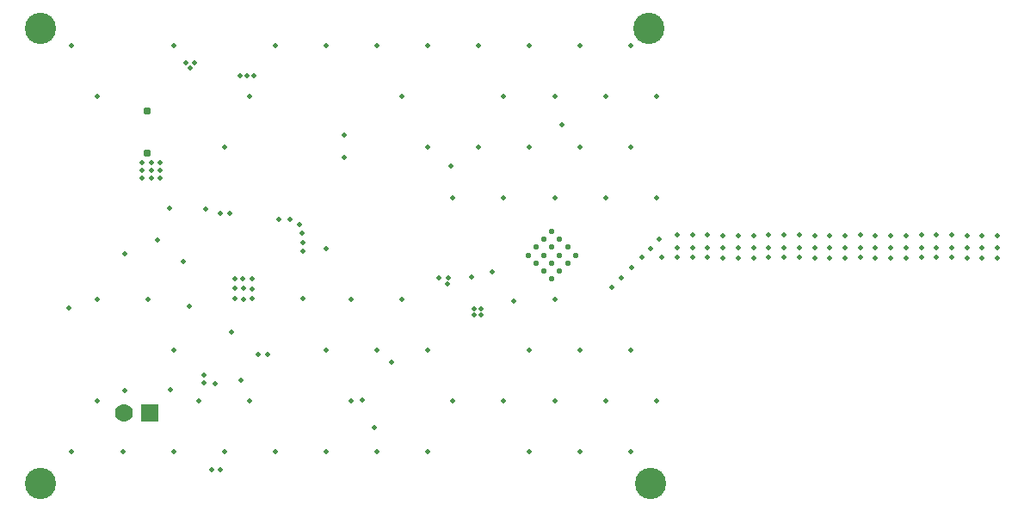
<source format=gbs>
G04*
G04 #@! TF.GenerationSoftware,Altium Limited,Altium Designer,24.5.2 (23)*
G04*
G04 Layer_Color=16711935*
%FSLAX44Y44*%
%MOMM*%
G71*
G04*
G04 #@! TF.SameCoordinates,5A08705E-C27C-47AC-A7BE-410B2864E99F*
G04*
G04*
G04 #@! TF.FilePolarity,Negative*
G04*
G01*
G75*
%ADD59R,1.7760X1.7760*%
%ADD60C,1.7760*%
%ADD61C,3.0760*%
%ADD62C,0.7760*%
%ADD63C,0.4760*%
%ADD64C,0.4800*%
%ADD65C,0.5760*%
D59*
X129200Y90500D02*
D03*
D60*
X103800D02*
D03*
D61*
X21000Y469000D02*
D03*
X620300D02*
D03*
X622000Y21000D02*
D03*
X21000D02*
D03*
D62*
X126500Y345750D02*
D03*
Y387250D02*
D03*
D63*
X602300Y452000D02*
D03*
X627300Y402000D02*
D03*
X602300Y352000D02*
D03*
X627300Y302000D02*
D03*
X602300Y152000D02*
D03*
X627300Y102000D02*
D03*
X602300Y52000D02*
D03*
X552300Y452000D02*
D03*
X577300Y402000D02*
D03*
X552300Y352000D02*
D03*
X577300Y302000D02*
D03*
X552300Y152000D02*
D03*
X577300Y102000D02*
D03*
X552300Y52000D02*
D03*
X502300Y452000D02*
D03*
X527300Y402000D02*
D03*
X502300Y352000D02*
D03*
X527300Y302000D02*
D03*
Y202000D02*
D03*
X502300Y152000D02*
D03*
X527300Y102000D02*
D03*
X502300Y52000D02*
D03*
X452300Y452000D02*
D03*
X477300Y402000D02*
D03*
X452300Y352000D02*
D03*
X477300Y302000D02*
D03*
Y102000D02*
D03*
X402300Y452000D02*
D03*
Y352000D02*
D03*
X427300Y302000D02*
D03*
X402300Y152000D02*
D03*
X427300Y102000D02*
D03*
X402300Y52000D02*
D03*
X352300Y452000D02*
D03*
X377300Y402000D02*
D03*
Y202000D02*
D03*
X352300Y152000D02*
D03*
Y52000D02*
D03*
X302300Y452000D02*
D03*
Y252000D02*
D03*
X327300Y202000D02*
D03*
X302300Y152000D02*
D03*
X327300Y102000D02*
D03*
X302300Y52000D02*
D03*
X252300Y452000D02*
D03*
Y52000D02*
D03*
X227300Y402000D02*
D03*
X202300Y352000D02*
D03*
X227300Y102000D02*
D03*
X202300Y52000D02*
D03*
X152300Y452000D02*
D03*
Y152000D02*
D03*
X177300Y102000D02*
D03*
X152300Y52000D02*
D03*
X127300Y202000D02*
D03*
X102300Y52000D02*
D03*
X52300Y452000D02*
D03*
X77300Y402000D02*
D03*
Y202000D02*
D03*
Y102000D02*
D03*
X52300Y52000D02*
D03*
D64*
X466320Y228636D02*
D03*
X487000Y200500D02*
D03*
X448156Y193000D02*
D03*
X148500Y292000D02*
D03*
X136500Y260000D02*
D03*
X425000Y333000D02*
D03*
X198000Y34500D02*
D03*
X189500D02*
D03*
X162000Y239500D02*
D03*
X168000Y195500D02*
D03*
X49025Y193475D02*
D03*
X231000Y422000D02*
D03*
X224364Y422118D02*
D03*
X217864D02*
D03*
X220759Y222466D02*
D03*
X221259Y201966D02*
D03*
X221009Y212966D02*
D03*
X212500Y222500D02*
D03*
Y213000D02*
D03*
Y202500D02*
D03*
X230000D02*
D03*
Y212500D02*
D03*
Y222500D02*
D03*
X454500Y187000D02*
D03*
X448016Y186962D02*
D03*
X454525Y192887D02*
D03*
X173204Y434910D02*
D03*
X164204D02*
D03*
X169000Y430000D02*
D03*
X534500Y373500D02*
D03*
X320000Y363500D02*
D03*
X319905Y342015D02*
D03*
X139000Y336500D02*
D03*
X131000D02*
D03*
X121500D02*
D03*
Y329000D02*
D03*
X131000Y329000D02*
D03*
X139000D02*
D03*
X121500Y321500D02*
D03*
X131000Y321500D02*
D03*
X139000D02*
D03*
X184000Y291000D02*
D03*
X198000Y287000D02*
D03*
X207500D02*
D03*
X255847Y280454D02*
D03*
X266847D02*
D03*
X276346Y275954D02*
D03*
X278846Y267454D02*
D03*
X738000Y265500D02*
D03*
X753000D02*
D03*
X888000D02*
D03*
X663000D02*
D03*
X918000D02*
D03*
X648000D02*
D03*
X903000D02*
D03*
X768000D02*
D03*
X678000D02*
D03*
X828000D02*
D03*
X783000Y265000D02*
D03*
X963000D02*
D03*
X693000D02*
D03*
X708000D02*
D03*
X798000D02*
D03*
X948000D02*
D03*
X813000D02*
D03*
X858000D02*
D03*
X723000D02*
D03*
X873000D02*
D03*
X843000D02*
D03*
X933000D02*
D03*
X630500Y261000D02*
D03*
X279347Y257954D02*
D03*
X738000Y253000D02*
D03*
X828000D02*
D03*
X753000D02*
D03*
X768000D02*
D03*
X888000D02*
D03*
X648000D02*
D03*
X663000D02*
D03*
X678000D02*
D03*
X903000D02*
D03*
X918000D02*
D03*
X723000Y252500D02*
D03*
X708000D02*
D03*
X693000D02*
D03*
X933000D02*
D03*
X948000D02*
D03*
X963000D02*
D03*
X843000D02*
D03*
X858000D02*
D03*
X873000D02*
D03*
X798000D02*
D03*
X783000D02*
D03*
X813000D02*
D03*
X621500Y251500D02*
D03*
X279846Y248954D02*
D03*
X104750Y246750D02*
D03*
X613000Y243500D02*
D03*
X828000Y243000D02*
D03*
X632500D02*
D03*
X918000D02*
D03*
X678000D02*
D03*
X888000D02*
D03*
X903000D02*
D03*
X738000D02*
D03*
X663000D02*
D03*
X753000D02*
D03*
X648000D02*
D03*
X768000D02*
D03*
X723000Y242500D02*
D03*
X948000D02*
D03*
X933000D02*
D03*
X843000D02*
D03*
X798000D02*
D03*
X783000D02*
D03*
X813000D02*
D03*
X963000D02*
D03*
X858000D02*
D03*
X708000D02*
D03*
X693000D02*
D03*
X873000D02*
D03*
X603000Y233000D02*
D03*
X445250Y223608D02*
D03*
X413632Y223502D02*
D03*
X422632D02*
D03*
X593252Y223477D02*
D03*
X421632Y217002D02*
D03*
X583252Y213477D02*
D03*
X279983Y202654D02*
D03*
X209000Y169500D02*
D03*
X245000Y148000D02*
D03*
X236000D02*
D03*
X366778Y140285D02*
D03*
X182587Y127388D02*
D03*
X219000Y122000D02*
D03*
X182587Y119388D02*
D03*
X193148Y119265D02*
D03*
X149174Y113238D02*
D03*
X104000Y112000D02*
D03*
X337779Y103285D02*
D03*
X350000Y76000D02*
D03*
D65*
X501216Y245500D02*
D03*
X508994Y253278D02*
D03*
X516772Y261056D02*
D03*
X524550Y268834D02*
D03*
X508994Y237722D02*
D03*
X516772Y245500D02*
D03*
X524550Y253278D02*
D03*
X532328Y261056D02*
D03*
X516772Y229944D02*
D03*
X524550Y237722D02*
D03*
X532328Y245500D02*
D03*
X540107Y253278D02*
D03*
X524550Y222166D02*
D03*
X532328Y229944D02*
D03*
X540107Y237722D02*
D03*
X547885Y245500D02*
D03*
M02*

</source>
